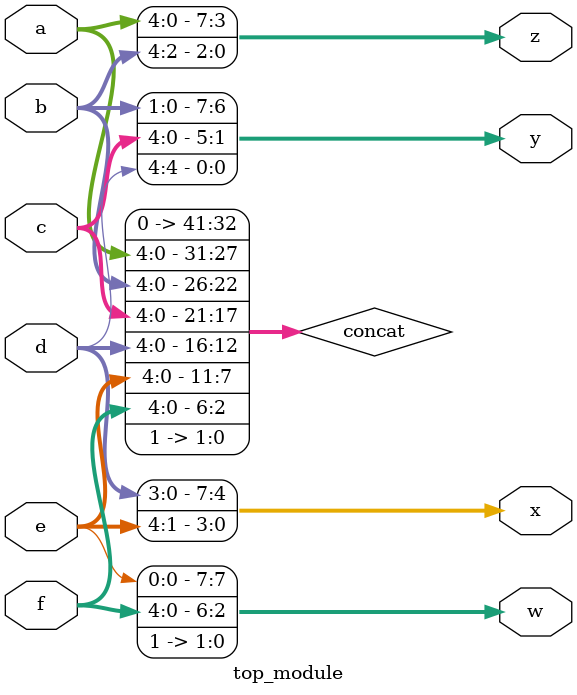
<source format=sv>
module top_module (
	input [4:0] a,
	input [4:0] b,
	input [4:0] c,
	input [4:0] d,
	input [4:0] e,
	input [4:0] f,
	output [7:0] w,
	output [7:0] x,
	output [7:0] y,
	output [7:0] z
);

wire [41:0] concat;

// Concatenate the inputs and the constant 2'b11
assign concat = {a, b, c, d, e, f, 2'b11};

// Assign different portions of the concatenated result to the outputs
assign w = concat[7:0];
assign x = concat[15:8];
assign y = concat[23:16];
assign z = concat[31:24];

endmodule

</source>
